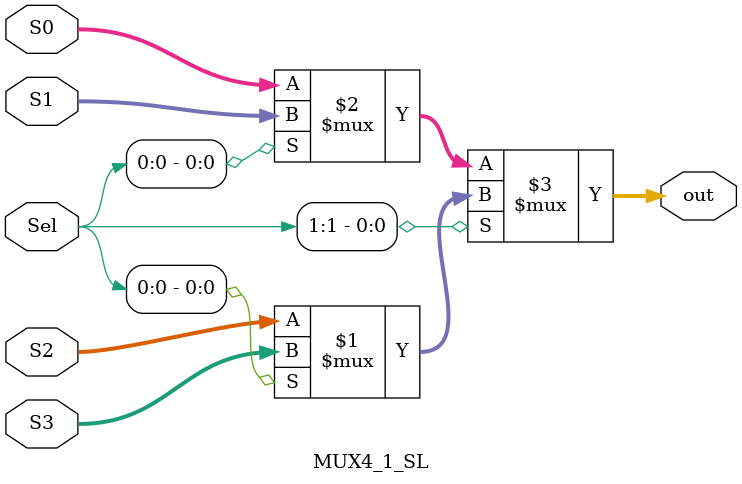
<source format=v>
module MUX4_1_SL(Sel,S0,S1,S2,S3,out);
input [1:0] Sel;
input [3:0] S0,S1,S2,S3;
output [3:0]out;
assign out = (Sel[1]?(Sel[0]?S3:S2) : (Sel[0]?S1:S0));
endmodule
</source>
